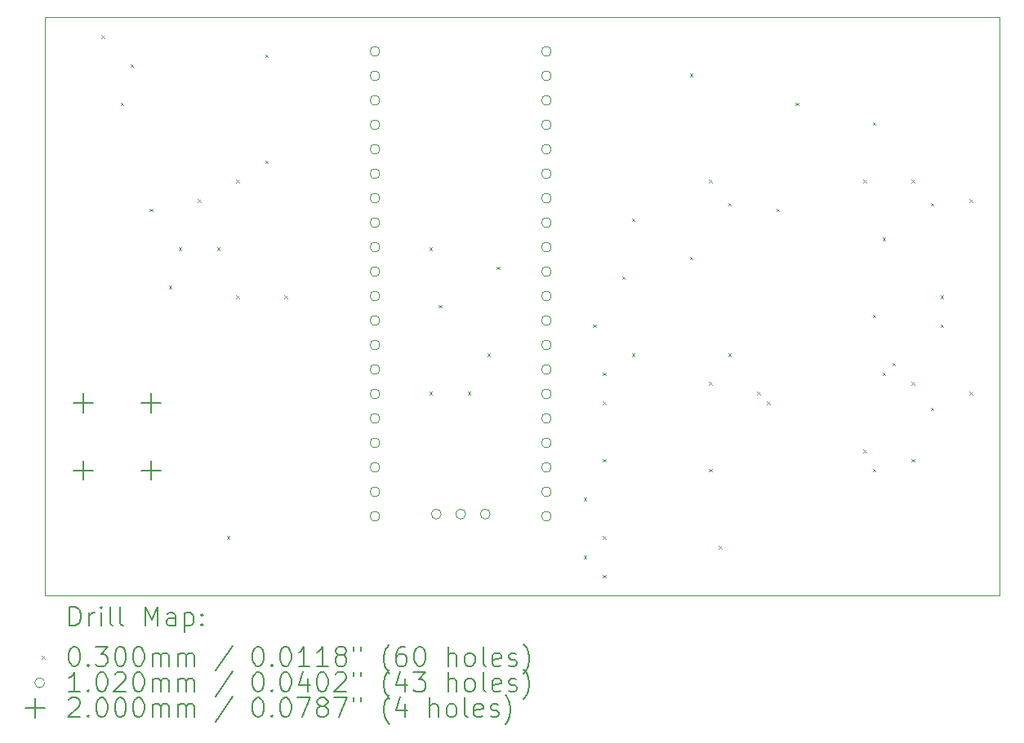
<source format=gbr>
%TF.GenerationSoftware,KiCad,Pcbnew,8.0.8*%
%TF.CreationDate,2025-04-19T00:37:25+02:00*%
%TF.ProjectId,noise_reduction_microphone,6e6f6973-655f-4726-9564-756374696f6e,rev?*%
%TF.SameCoordinates,Original*%
%TF.FileFunction,Drillmap*%
%TF.FilePolarity,Positive*%
%FSLAX45Y45*%
G04 Gerber Fmt 4.5, Leading zero omitted, Abs format (unit mm)*
G04 Created by KiCad (PCBNEW 8.0.8) date 2025-04-19 00:37:25*
%MOMM*%
%LPD*%
G01*
G04 APERTURE LIST*
%ADD10C,0.050000*%
%ADD11C,0.200000*%
%ADD12C,0.100000*%
%ADD13C,0.102000*%
G04 APERTURE END LIST*
D10*
X7500000Y-7400000D02*
X17400000Y-7400000D01*
X17400000Y-13400000D01*
X7500000Y-13400000D01*
X7500000Y-7400000D01*
D11*
D12*
X8085000Y-7585000D02*
X8115000Y-7615000D01*
X8115000Y-7585000D02*
X8085000Y-7615000D01*
X8285000Y-8285000D02*
X8315000Y-8315000D01*
X8315000Y-8285000D02*
X8285000Y-8315000D01*
X8385000Y-7885000D02*
X8415000Y-7915000D01*
X8415000Y-7885000D02*
X8385000Y-7915000D01*
X8585000Y-9385000D02*
X8615000Y-9415000D01*
X8615000Y-9385000D02*
X8585000Y-9415000D01*
X8785000Y-10185000D02*
X8815000Y-10215000D01*
X8815000Y-10185000D02*
X8785000Y-10215000D01*
X8885000Y-9785000D02*
X8915000Y-9815000D01*
X8915000Y-9785000D02*
X8885000Y-9815000D01*
X9085000Y-9285000D02*
X9115000Y-9315000D01*
X9115000Y-9285000D02*
X9085000Y-9315000D01*
X9285000Y-9785000D02*
X9315000Y-9815000D01*
X9315000Y-9785000D02*
X9285000Y-9815000D01*
X9385000Y-12785000D02*
X9415000Y-12815000D01*
X9415000Y-12785000D02*
X9385000Y-12815000D01*
X9485000Y-9085000D02*
X9515000Y-9115000D01*
X9515000Y-9085000D02*
X9485000Y-9115000D01*
X9485000Y-10285000D02*
X9515000Y-10315000D01*
X9515000Y-10285000D02*
X9485000Y-10315000D01*
X9785000Y-7785000D02*
X9815000Y-7815000D01*
X9815000Y-7785000D02*
X9785000Y-7815000D01*
X9785000Y-8885000D02*
X9815000Y-8915000D01*
X9815000Y-8885000D02*
X9785000Y-8915000D01*
X9985000Y-10285000D02*
X10015000Y-10315000D01*
X10015000Y-10285000D02*
X9985000Y-10315000D01*
X11485000Y-9785000D02*
X11515000Y-9815000D01*
X11515000Y-9785000D02*
X11485000Y-9815000D01*
X11485000Y-11285000D02*
X11515000Y-11315000D01*
X11515000Y-11285000D02*
X11485000Y-11315000D01*
X11585000Y-10385000D02*
X11615000Y-10415000D01*
X11615000Y-10385000D02*
X11585000Y-10415000D01*
X11885000Y-11285000D02*
X11915000Y-11315000D01*
X11915000Y-11285000D02*
X11885000Y-11315000D01*
X12085000Y-10885000D02*
X12115000Y-10915000D01*
X12115000Y-10885000D02*
X12085000Y-10915000D01*
X12185000Y-9985000D02*
X12215000Y-10015000D01*
X12215000Y-9985000D02*
X12185000Y-10015000D01*
X13085000Y-12385000D02*
X13115000Y-12415000D01*
X13115000Y-12385000D02*
X13085000Y-12415000D01*
X13085000Y-12985000D02*
X13115000Y-13015000D01*
X13115000Y-12985000D02*
X13085000Y-13015000D01*
X13185000Y-10585000D02*
X13215000Y-10615000D01*
X13215000Y-10585000D02*
X13185000Y-10615000D01*
X13285000Y-11085000D02*
X13315000Y-11115000D01*
X13315000Y-11085000D02*
X13285000Y-11115000D01*
X13285000Y-11385000D02*
X13315000Y-11415000D01*
X13315000Y-11385000D02*
X13285000Y-11415000D01*
X13285000Y-11985000D02*
X13315000Y-12015000D01*
X13315000Y-11985000D02*
X13285000Y-12015000D01*
X13285000Y-12785000D02*
X13315000Y-12815000D01*
X13315000Y-12785000D02*
X13285000Y-12815000D01*
X13285000Y-13185000D02*
X13315000Y-13215000D01*
X13315000Y-13185000D02*
X13285000Y-13215000D01*
X13485000Y-10085000D02*
X13515000Y-10115000D01*
X13515000Y-10085000D02*
X13485000Y-10115000D01*
X13585000Y-9485000D02*
X13615000Y-9515000D01*
X13615000Y-9485000D02*
X13585000Y-9515000D01*
X13585000Y-10885000D02*
X13615000Y-10915000D01*
X13615000Y-10885000D02*
X13585000Y-10915000D01*
X14185000Y-7985000D02*
X14215000Y-8015000D01*
X14215000Y-7985000D02*
X14185000Y-8015000D01*
X14185000Y-9885000D02*
X14215000Y-9915000D01*
X14215000Y-9885000D02*
X14185000Y-9915000D01*
X14385000Y-9085000D02*
X14415000Y-9115000D01*
X14415000Y-9085000D02*
X14385000Y-9115000D01*
X14385000Y-11185000D02*
X14415000Y-11215000D01*
X14415000Y-11185000D02*
X14385000Y-11215000D01*
X14385000Y-12085000D02*
X14415000Y-12115000D01*
X14415000Y-12085000D02*
X14385000Y-12115000D01*
X14485000Y-12885000D02*
X14515000Y-12915000D01*
X14515000Y-12885000D02*
X14485000Y-12915000D01*
X14585000Y-9325000D02*
X14615000Y-9355000D01*
X14615000Y-9325000D02*
X14585000Y-9355000D01*
X14585000Y-10885000D02*
X14615000Y-10915000D01*
X14615000Y-10885000D02*
X14585000Y-10915000D01*
X14885000Y-11285000D02*
X14915000Y-11315000D01*
X14915000Y-11285000D02*
X14885000Y-11315000D01*
X14985000Y-11385000D02*
X15015000Y-11415000D01*
X15015000Y-11385000D02*
X14985000Y-11415000D01*
X15085000Y-9385000D02*
X15115000Y-9415000D01*
X15115000Y-9385000D02*
X15085000Y-9415000D01*
X15285000Y-8285000D02*
X15315000Y-8315000D01*
X15315000Y-8285000D02*
X15285000Y-8315000D01*
X15985000Y-9085000D02*
X16015000Y-9115000D01*
X16015000Y-9085000D02*
X15985000Y-9115000D01*
X15985000Y-11885000D02*
X16015000Y-11915000D01*
X16015000Y-11885000D02*
X15985000Y-11915000D01*
X16085000Y-8485000D02*
X16115000Y-8515000D01*
X16115000Y-8485000D02*
X16085000Y-8515000D01*
X16085000Y-10485000D02*
X16115000Y-10515000D01*
X16115000Y-10485000D02*
X16085000Y-10515000D01*
X16085000Y-12085000D02*
X16115000Y-12115000D01*
X16115000Y-12085000D02*
X16085000Y-12115000D01*
X16185000Y-9685000D02*
X16215000Y-9715000D01*
X16215000Y-9685000D02*
X16185000Y-9715000D01*
X16185000Y-11085000D02*
X16215000Y-11115000D01*
X16215000Y-11085000D02*
X16185000Y-11115000D01*
X16285000Y-10985000D02*
X16315000Y-11015000D01*
X16315000Y-10985000D02*
X16285000Y-11015000D01*
X16485000Y-9085000D02*
X16515000Y-9115000D01*
X16515000Y-9085000D02*
X16485000Y-9115000D01*
X16485000Y-11185000D02*
X16515000Y-11215000D01*
X16515000Y-11185000D02*
X16485000Y-11215000D01*
X16485000Y-11985000D02*
X16515000Y-12015000D01*
X16515000Y-11985000D02*
X16485000Y-12015000D01*
X16685000Y-9325000D02*
X16715000Y-9355000D01*
X16715000Y-9325000D02*
X16685000Y-9355000D01*
X16685000Y-11449447D02*
X16715000Y-11479447D01*
X16715000Y-11449447D02*
X16685000Y-11479447D01*
X16785000Y-10285000D02*
X16815000Y-10315000D01*
X16815000Y-10285000D02*
X16785000Y-10315000D01*
X16785000Y-10585000D02*
X16815000Y-10615000D01*
X16815000Y-10585000D02*
X16785000Y-10615000D01*
X17085000Y-9285000D02*
X17115000Y-9315000D01*
X17115000Y-9285000D02*
X17085000Y-9315000D01*
X17085000Y-11285000D02*
X17115000Y-11315000D01*
X17115000Y-11285000D02*
X17085000Y-11315000D01*
D13*
X10973000Y-7752000D02*
G75*
G02*
X10871000Y-7752000I-51000J0D01*
G01*
X10871000Y-7752000D02*
G75*
G02*
X10973000Y-7752000I51000J0D01*
G01*
X10973000Y-8006000D02*
G75*
G02*
X10871000Y-8006000I-51000J0D01*
G01*
X10871000Y-8006000D02*
G75*
G02*
X10973000Y-8006000I51000J0D01*
G01*
X10973000Y-8260000D02*
G75*
G02*
X10871000Y-8260000I-51000J0D01*
G01*
X10871000Y-8260000D02*
G75*
G02*
X10973000Y-8260000I51000J0D01*
G01*
X10973000Y-8514000D02*
G75*
G02*
X10871000Y-8514000I-51000J0D01*
G01*
X10871000Y-8514000D02*
G75*
G02*
X10973000Y-8514000I51000J0D01*
G01*
X10973000Y-8768000D02*
G75*
G02*
X10871000Y-8768000I-51000J0D01*
G01*
X10871000Y-8768000D02*
G75*
G02*
X10973000Y-8768000I51000J0D01*
G01*
X10973000Y-9022000D02*
G75*
G02*
X10871000Y-9022000I-51000J0D01*
G01*
X10871000Y-9022000D02*
G75*
G02*
X10973000Y-9022000I51000J0D01*
G01*
X10973000Y-9276000D02*
G75*
G02*
X10871000Y-9276000I-51000J0D01*
G01*
X10871000Y-9276000D02*
G75*
G02*
X10973000Y-9276000I51000J0D01*
G01*
X10973000Y-9530000D02*
G75*
G02*
X10871000Y-9530000I-51000J0D01*
G01*
X10871000Y-9530000D02*
G75*
G02*
X10973000Y-9530000I51000J0D01*
G01*
X10973000Y-9784000D02*
G75*
G02*
X10871000Y-9784000I-51000J0D01*
G01*
X10871000Y-9784000D02*
G75*
G02*
X10973000Y-9784000I51000J0D01*
G01*
X10973000Y-10038000D02*
G75*
G02*
X10871000Y-10038000I-51000J0D01*
G01*
X10871000Y-10038000D02*
G75*
G02*
X10973000Y-10038000I51000J0D01*
G01*
X10973000Y-10292000D02*
G75*
G02*
X10871000Y-10292000I-51000J0D01*
G01*
X10871000Y-10292000D02*
G75*
G02*
X10973000Y-10292000I51000J0D01*
G01*
X10973000Y-10546000D02*
G75*
G02*
X10871000Y-10546000I-51000J0D01*
G01*
X10871000Y-10546000D02*
G75*
G02*
X10973000Y-10546000I51000J0D01*
G01*
X10973000Y-10800000D02*
G75*
G02*
X10871000Y-10800000I-51000J0D01*
G01*
X10871000Y-10800000D02*
G75*
G02*
X10973000Y-10800000I51000J0D01*
G01*
X10973000Y-11054000D02*
G75*
G02*
X10871000Y-11054000I-51000J0D01*
G01*
X10871000Y-11054000D02*
G75*
G02*
X10973000Y-11054000I51000J0D01*
G01*
X10973000Y-11308000D02*
G75*
G02*
X10871000Y-11308000I-51000J0D01*
G01*
X10871000Y-11308000D02*
G75*
G02*
X10973000Y-11308000I51000J0D01*
G01*
X10973000Y-11562000D02*
G75*
G02*
X10871000Y-11562000I-51000J0D01*
G01*
X10871000Y-11562000D02*
G75*
G02*
X10973000Y-11562000I51000J0D01*
G01*
X10973000Y-11816000D02*
G75*
G02*
X10871000Y-11816000I-51000J0D01*
G01*
X10871000Y-11816000D02*
G75*
G02*
X10973000Y-11816000I51000J0D01*
G01*
X10973000Y-12070000D02*
G75*
G02*
X10871000Y-12070000I-51000J0D01*
G01*
X10871000Y-12070000D02*
G75*
G02*
X10973000Y-12070000I51000J0D01*
G01*
X10973000Y-12324000D02*
G75*
G02*
X10871000Y-12324000I-51000J0D01*
G01*
X10871000Y-12324000D02*
G75*
G02*
X10973000Y-12324000I51000J0D01*
G01*
X10973000Y-12578000D02*
G75*
G02*
X10871000Y-12578000I-51000J0D01*
G01*
X10871000Y-12578000D02*
G75*
G02*
X10973000Y-12578000I51000J0D01*
G01*
X11608000Y-12555000D02*
G75*
G02*
X11506000Y-12555000I-51000J0D01*
G01*
X11506000Y-12555000D02*
G75*
G02*
X11608000Y-12555000I51000J0D01*
G01*
X11862000Y-12555000D02*
G75*
G02*
X11760000Y-12555000I-51000J0D01*
G01*
X11760000Y-12555000D02*
G75*
G02*
X11862000Y-12555000I51000J0D01*
G01*
X12116000Y-12555000D02*
G75*
G02*
X12014000Y-12555000I-51000J0D01*
G01*
X12014000Y-12555000D02*
G75*
G02*
X12116000Y-12555000I51000J0D01*
G01*
X12751000Y-7752000D02*
G75*
G02*
X12649000Y-7752000I-51000J0D01*
G01*
X12649000Y-7752000D02*
G75*
G02*
X12751000Y-7752000I51000J0D01*
G01*
X12751000Y-8006000D02*
G75*
G02*
X12649000Y-8006000I-51000J0D01*
G01*
X12649000Y-8006000D02*
G75*
G02*
X12751000Y-8006000I51000J0D01*
G01*
X12751000Y-8260000D02*
G75*
G02*
X12649000Y-8260000I-51000J0D01*
G01*
X12649000Y-8260000D02*
G75*
G02*
X12751000Y-8260000I51000J0D01*
G01*
X12751000Y-8514000D02*
G75*
G02*
X12649000Y-8514000I-51000J0D01*
G01*
X12649000Y-8514000D02*
G75*
G02*
X12751000Y-8514000I51000J0D01*
G01*
X12751000Y-8768000D02*
G75*
G02*
X12649000Y-8768000I-51000J0D01*
G01*
X12649000Y-8768000D02*
G75*
G02*
X12751000Y-8768000I51000J0D01*
G01*
X12751000Y-9022000D02*
G75*
G02*
X12649000Y-9022000I-51000J0D01*
G01*
X12649000Y-9022000D02*
G75*
G02*
X12751000Y-9022000I51000J0D01*
G01*
X12751000Y-9276000D02*
G75*
G02*
X12649000Y-9276000I-51000J0D01*
G01*
X12649000Y-9276000D02*
G75*
G02*
X12751000Y-9276000I51000J0D01*
G01*
X12751000Y-9530000D02*
G75*
G02*
X12649000Y-9530000I-51000J0D01*
G01*
X12649000Y-9530000D02*
G75*
G02*
X12751000Y-9530000I51000J0D01*
G01*
X12751000Y-9784000D02*
G75*
G02*
X12649000Y-9784000I-51000J0D01*
G01*
X12649000Y-9784000D02*
G75*
G02*
X12751000Y-9784000I51000J0D01*
G01*
X12751000Y-10038000D02*
G75*
G02*
X12649000Y-10038000I-51000J0D01*
G01*
X12649000Y-10038000D02*
G75*
G02*
X12751000Y-10038000I51000J0D01*
G01*
X12751000Y-10292000D02*
G75*
G02*
X12649000Y-10292000I-51000J0D01*
G01*
X12649000Y-10292000D02*
G75*
G02*
X12751000Y-10292000I51000J0D01*
G01*
X12751000Y-10546000D02*
G75*
G02*
X12649000Y-10546000I-51000J0D01*
G01*
X12649000Y-10546000D02*
G75*
G02*
X12751000Y-10546000I51000J0D01*
G01*
X12751000Y-10800000D02*
G75*
G02*
X12649000Y-10800000I-51000J0D01*
G01*
X12649000Y-10800000D02*
G75*
G02*
X12751000Y-10800000I51000J0D01*
G01*
X12751000Y-11054000D02*
G75*
G02*
X12649000Y-11054000I-51000J0D01*
G01*
X12649000Y-11054000D02*
G75*
G02*
X12751000Y-11054000I51000J0D01*
G01*
X12751000Y-11308000D02*
G75*
G02*
X12649000Y-11308000I-51000J0D01*
G01*
X12649000Y-11308000D02*
G75*
G02*
X12751000Y-11308000I51000J0D01*
G01*
X12751000Y-11562000D02*
G75*
G02*
X12649000Y-11562000I-51000J0D01*
G01*
X12649000Y-11562000D02*
G75*
G02*
X12751000Y-11562000I51000J0D01*
G01*
X12751000Y-11816000D02*
G75*
G02*
X12649000Y-11816000I-51000J0D01*
G01*
X12649000Y-11816000D02*
G75*
G02*
X12751000Y-11816000I51000J0D01*
G01*
X12751000Y-12070000D02*
G75*
G02*
X12649000Y-12070000I-51000J0D01*
G01*
X12649000Y-12070000D02*
G75*
G02*
X12751000Y-12070000I51000J0D01*
G01*
X12751000Y-12324000D02*
G75*
G02*
X12649000Y-12324000I-51000J0D01*
G01*
X12649000Y-12324000D02*
G75*
G02*
X12751000Y-12324000I51000J0D01*
G01*
X12751000Y-12578000D02*
G75*
G02*
X12649000Y-12578000I-51000J0D01*
G01*
X12649000Y-12578000D02*
G75*
G02*
X12751000Y-12578000I51000J0D01*
G01*
D11*
X7900000Y-11300000D02*
X7900000Y-11500000D01*
X7800000Y-11400000D02*
X8000000Y-11400000D01*
X7900000Y-12000000D02*
X7900000Y-12200000D01*
X7800000Y-12100000D02*
X8000000Y-12100000D01*
X8600000Y-11300000D02*
X8600000Y-11500000D01*
X8500000Y-11400000D02*
X8700000Y-11400000D01*
X8600000Y-12000000D02*
X8600000Y-12200000D01*
X8500000Y-12100000D02*
X8700000Y-12100000D01*
X7758277Y-13713984D02*
X7758277Y-13513984D01*
X7758277Y-13513984D02*
X7805896Y-13513984D01*
X7805896Y-13513984D02*
X7834467Y-13523508D01*
X7834467Y-13523508D02*
X7853515Y-13542555D01*
X7853515Y-13542555D02*
X7863039Y-13561603D01*
X7863039Y-13561603D02*
X7872562Y-13599698D01*
X7872562Y-13599698D02*
X7872562Y-13628269D01*
X7872562Y-13628269D02*
X7863039Y-13666365D01*
X7863039Y-13666365D02*
X7853515Y-13685412D01*
X7853515Y-13685412D02*
X7834467Y-13704460D01*
X7834467Y-13704460D02*
X7805896Y-13713984D01*
X7805896Y-13713984D02*
X7758277Y-13713984D01*
X7958277Y-13713984D02*
X7958277Y-13580650D01*
X7958277Y-13618746D02*
X7967801Y-13599698D01*
X7967801Y-13599698D02*
X7977324Y-13590174D01*
X7977324Y-13590174D02*
X7996372Y-13580650D01*
X7996372Y-13580650D02*
X8015420Y-13580650D01*
X8082086Y-13713984D02*
X8082086Y-13580650D01*
X8082086Y-13513984D02*
X8072562Y-13523508D01*
X8072562Y-13523508D02*
X8082086Y-13533031D01*
X8082086Y-13533031D02*
X8091610Y-13523508D01*
X8091610Y-13523508D02*
X8082086Y-13513984D01*
X8082086Y-13513984D02*
X8082086Y-13533031D01*
X8205896Y-13713984D02*
X8186848Y-13704460D01*
X8186848Y-13704460D02*
X8177324Y-13685412D01*
X8177324Y-13685412D02*
X8177324Y-13513984D01*
X8310658Y-13713984D02*
X8291610Y-13704460D01*
X8291610Y-13704460D02*
X8282086Y-13685412D01*
X8282086Y-13685412D02*
X8282086Y-13513984D01*
X8539229Y-13713984D02*
X8539229Y-13513984D01*
X8539229Y-13513984D02*
X8605896Y-13656841D01*
X8605896Y-13656841D02*
X8672563Y-13513984D01*
X8672563Y-13513984D02*
X8672563Y-13713984D01*
X8853515Y-13713984D02*
X8853515Y-13609222D01*
X8853515Y-13609222D02*
X8843991Y-13590174D01*
X8843991Y-13590174D02*
X8824944Y-13580650D01*
X8824944Y-13580650D02*
X8786848Y-13580650D01*
X8786848Y-13580650D02*
X8767801Y-13590174D01*
X8853515Y-13704460D02*
X8834467Y-13713984D01*
X8834467Y-13713984D02*
X8786848Y-13713984D01*
X8786848Y-13713984D02*
X8767801Y-13704460D01*
X8767801Y-13704460D02*
X8758277Y-13685412D01*
X8758277Y-13685412D02*
X8758277Y-13666365D01*
X8758277Y-13666365D02*
X8767801Y-13647317D01*
X8767801Y-13647317D02*
X8786848Y-13637793D01*
X8786848Y-13637793D02*
X8834467Y-13637793D01*
X8834467Y-13637793D02*
X8853515Y-13628269D01*
X8948753Y-13580650D02*
X8948753Y-13780650D01*
X8948753Y-13590174D02*
X8967801Y-13580650D01*
X8967801Y-13580650D02*
X9005896Y-13580650D01*
X9005896Y-13580650D02*
X9024944Y-13590174D01*
X9024944Y-13590174D02*
X9034467Y-13599698D01*
X9034467Y-13599698D02*
X9043991Y-13618746D01*
X9043991Y-13618746D02*
X9043991Y-13675888D01*
X9043991Y-13675888D02*
X9034467Y-13694936D01*
X9034467Y-13694936D02*
X9024944Y-13704460D01*
X9024944Y-13704460D02*
X9005896Y-13713984D01*
X9005896Y-13713984D02*
X8967801Y-13713984D01*
X8967801Y-13713984D02*
X8948753Y-13704460D01*
X9129705Y-13694936D02*
X9139229Y-13704460D01*
X9139229Y-13704460D02*
X9129705Y-13713984D01*
X9129705Y-13713984D02*
X9120182Y-13704460D01*
X9120182Y-13704460D02*
X9129705Y-13694936D01*
X9129705Y-13694936D02*
X9129705Y-13713984D01*
X9129705Y-13590174D02*
X9139229Y-13599698D01*
X9139229Y-13599698D02*
X9129705Y-13609222D01*
X9129705Y-13609222D02*
X9120182Y-13599698D01*
X9120182Y-13599698D02*
X9129705Y-13590174D01*
X9129705Y-13590174D02*
X9129705Y-13609222D01*
D12*
X7467500Y-14027500D02*
X7497500Y-14057500D01*
X7497500Y-14027500D02*
X7467500Y-14057500D01*
D11*
X7796372Y-13933984D02*
X7815420Y-13933984D01*
X7815420Y-13933984D02*
X7834467Y-13943508D01*
X7834467Y-13943508D02*
X7843991Y-13953031D01*
X7843991Y-13953031D02*
X7853515Y-13972079D01*
X7853515Y-13972079D02*
X7863039Y-14010174D01*
X7863039Y-14010174D02*
X7863039Y-14057793D01*
X7863039Y-14057793D02*
X7853515Y-14095888D01*
X7853515Y-14095888D02*
X7843991Y-14114936D01*
X7843991Y-14114936D02*
X7834467Y-14124460D01*
X7834467Y-14124460D02*
X7815420Y-14133984D01*
X7815420Y-14133984D02*
X7796372Y-14133984D01*
X7796372Y-14133984D02*
X7777324Y-14124460D01*
X7777324Y-14124460D02*
X7767801Y-14114936D01*
X7767801Y-14114936D02*
X7758277Y-14095888D01*
X7758277Y-14095888D02*
X7748753Y-14057793D01*
X7748753Y-14057793D02*
X7748753Y-14010174D01*
X7748753Y-14010174D02*
X7758277Y-13972079D01*
X7758277Y-13972079D02*
X7767801Y-13953031D01*
X7767801Y-13953031D02*
X7777324Y-13943508D01*
X7777324Y-13943508D02*
X7796372Y-13933984D01*
X7948753Y-14114936D02*
X7958277Y-14124460D01*
X7958277Y-14124460D02*
X7948753Y-14133984D01*
X7948753Y-14133984D02*
X7939229Y-14124460D01*
X7939229Y-14124460D02*
X7948753Y-14114936D01*
X7948753Y-14114936D02*
X7948753Y-14133984D01*
X8024943Y-13933984D02*
X8148753Y-13933984D01*
X8148753Y-13933984D02*
X8082086Y-14010174D01*
X8082086Y-14010174D02*
X8110658Y-14010174D01*
X8110658Y-14010174D02*
X8129705Y-14019698D01*
X8129705Y-14019698D02*
X8139229Y-14029222D01*
X8139229Y-14029222D02*
X8148753Y-14048269D01*
X8148753Y-14048269D02*
X8148753Y-14095888D01*
X8148753Y-14095888D02*
X8139229Y-14114936D01*
X8139229Y-14114936D02*
X8129705Y-14124460D01*
X8129705Y-14124460D02*
X8110658Y-14133984D01*
X8110658Y-14133984D02*
X8053515Y-14133984D01*
X8053515Y-14133984D02*
X8034467Y-14124460D01*
X8034467Y-14124460D02*
X8024943Y-14114936D01*
X8272562Y-13933984D02*
X8291610Y-13933984D01*
X8291610Y-13933984D02*
X8310658Y-13943508D01*
X8310658Y-13943508D02*
X8320182Y-13953031D01*
X8320182Y-13953031D02*
X8329705Y-13972079D01*
X8329705Y-13972079D02*
X8339229Y-14010174D01*
X8339229Y-14010174D02*
X8339229Y-14057793D01*
X8339229Y-14057793D02*
X8329705Y-14095888D01*
X8329705Y-14095888D02*
X8320182Y-14114936D01*
X8320182Y-14114936D02*
X8310658Y-14124460D01*
X8310658Y-14124460D02*
X8291610Y-14133984D01*
X8291610Y-14133984D02*
X8272562Y-14133984D01*
X8272562Y-14133984D02*
X8253515Y-14124460D01*
X8253515Y-14124460D02*
X8243991Y-14114936D01*
X8243991Y-14114936D02*
X8234467Y-14095888D01*
X8234467Y-14095888D02*
X8224943Y-14057793D01*
X8224943Y-14057793D02*
X8224943Y-14010174D01*
X8224943Y-14010174D02*
X8234467Y-13972079D01*
X8234467Y-13972079D02*
X8243991Y-13953031D01*
X8243991Y-13953031D02*
X8253515Y-13943508D01*
X8253515Y-13943508D02*
X8272562Y-13933984D01*
X8463039Y-13933984D02*
X8482086Y-13933984D01*
X8482086Y-13933984D02*
X8501134Y-13943508D01*
X8501134Y-13943508D02*
X8510658Y-13953031D01*
X8510658Y-13953031D02*
X8520182Y-13972079D01*
X8520182Y-13972079D02*
X8529705Y-14010174D01*
X8529705Y-14010174D02*
X8529705Y-14057793D01*
X8529705Y-14057793D02*
X8520182Y-14095888D01*
X8520182Y-14095888D02*
X8510658Y-14114936D01*
X8510658Y-14114936D02*
X8501134Y-14124460D01*
X8501134Y-14124460D02*
X8482086Y-14133984D01*
X8482086Y-14133984D02*
X8463039Y-14133984D01*
X8463039Y-14133984D02*
X8443991Y-14124460D01*
X8443991Y-14124460D02*
X8434467Y-14114936D01*
X8434467Y-14114936D02*
X8424944Y-14095888D01*
X8424944Y-14095888D02*
X8415420Y-14057793D01*
X8415420Y-14057793D02*
X8415420Y-14010174D01*
X8415420Y-14010174D02*
X8424944Y-13972079D01*
X8424944Y-13972079D02*
X8434467Y-13953031D01*
X8434467Y-13953031D02*
X8443991Y-13943508D01*
X8443991Y-13943508D02*
X8463039Y-13933984D01*
X8615420Y-14133984D02*
X8615420Y-14000650D01*
X8615420Y-14019698D02*
X8624944Y-14010174D01*
X8624944Y-14010174D02*
X8643991Y-14000650D01*
X8643991Y-14000650D02*
X8672563Y-14000650D01*
X8672563Y-14000650D02*
X8691610Y-14010174D01*
X8691610Y-14010174D02*
X8701134Y-14029222D01*
X8701134Y-14029222D02*
X8701134Y-14133984D01*
X8701134Y-14029222D02*
X8710658Y-14010174D01*
X8710658Y-14010174D02*
X8729705Y-14000650D01*
X8729705Y-14000650D02*
X8758277Y-14000650D01*
X8758277Y-14000650D02*
X8777325Y-14010174D01*
X8777325Y-14010174D02*
X8786848Y-14029222D01*
X8786848Y-14029222D02*
X8786848Y-14133984D01*
X8882086Y-14133984D02*
X8882086Y-14000650D01*
X8882086Y-14019698D02*
X8891610Y-14010174D01*
X8891610Y-14010174D02*
X8910658Y-14000650D01*
X8910658Y-14000650D02*
X8939229Y-14000650D01*
X8939229Y-14000650D02*
X8958277Y-14010174D01*
X8958277Y-14010174D02*
X8967801Y-14029222D01*
X8967801Y-14029222D02*
X8967801Y-14133984D01*
X8967801Y-14029222D02*
X8977325Y-14010174D01*
X8977325Y-14010174D02*
X8996372Y-14000650D01*
X8996372Y-14000650D02*
X9024944Y-14000650D01*
X9024944Y-14000650D02*
X9043991Y-14010174D01*
X9043991Y-14010174D02*
X9053515Y-14029222D01*
X9053515Y-14029222D02*
X9053515Y-14133984D01*
X9443991Y-13924460D02*
X9272563Y-14181603D01*
X9701134Y-13933984D02*
X9720182Y-13933984D01*
X9720182Y-13933984D02*
X9739229Y-13943508D01*
X9739229Y-13943508D02*
X9748753Y-13953031D01*
X9748753Y-13953031D02*
X9758277Y-13972079D01*
X9758277Y-13972079D02*
X9767801Y-14010174D01*
X9767801Y-14010174D02*
X9767801Y-14057793D01*
X9767801Y-14057793D02*
X9758277Y-14095888D01*
X9758277Y-14095888D02*
X9748753Y-14114936D01*
X9748753Y-14114936D02*
X9739229Y-14124460D01*
X9739229Y-14124460D02*
X9720182Y-14133984D01*
X9720182Y-14133984D02*
X9701134Y-14133984D01*
X9701134Y-14133984D02*
X9682087Y-14124460D01*
X9682087Y-14124460D02*
X9672563Y-14114936D01*
X9672563Y-14114936D02*
X9663039Y-14095888D01*
X9663039Y-14095888D02*
X9653515Y-14057793D01*
X9653515Y-14057793D02*
X9653515Y-14010174D01*
X9653515Y-14010174D02*
X9663039Y-13972079D01*
X9663039Y-13972079D02*
X9672563Y-13953031D01*
X9672563Y-13953031D02*
X9682087Y-13943508D01*
X9682087Y-13943508D02*
X9701134Y-13933984D01*
X9853515Y-14114936D02*
X9863039Y-14124460D01*
X9863039Y-14124460D02*
X9853515Y-14133984D01*
X9853515Y-14133984D02*
X9843991Y-14124460D01*
X9843991Y-14124460D02*
X9853515Y-14114936D01*
X9853515Y-14114936D02*
X9853515Y-14133984D01*
X9986848Y-13933984D02*
X10005896Y-13933984D01*
X10005896Y-13933984D02*
X10024944Y-13943508D01*
X10024944Y-13943508D02*
X10034468Y-13953031D01*
X10034468Y-13953031D02*
X10043991Y-13972079D01*
X10043991Y-13972079D02*
X10053515Y-14010174D01*
X10053515Y-14010174D02*
X10053515Y-14057793D01*
X10053515Y-14057793D02*
X10043991Y-14095888D01*
X10043991Y-14095888D02*
X10034468Y-14114936D01*
X10034468Y-14114936D02*
X10024944Y-14124460D01*
X10024944Y-14124460D02*
X10005896Y-14133984D01*
X10005896Y-14133984D02*
X9986848Y-14133984D01*
X9986848Y-14133984D02*
X9967801Y-14124460D01*
X9967801Y-14124460D02*
X9958277Y-14114936D01*
X9958277Y-14114936D02*
X9948753Y-14095888D01*
X9948753Y-14095888D02*
X9939229Y-14057793D01*
X9939229Y-14057793D02*
X9939229Y-14010174D01*
X9939229Y-14010174D02*
X9948753Y-13972079D01*
X9948753Y-13972079D02*
X9958277Y-13953031D01*
X9958277Y-13953031D02*
X9967801Y-13943508D01*
X9967801Y-13943508D02*
X9986848Y-13933984D01*
X10243991Y-14133984D02*
X10129706Y-14133984D01*
X10186848Y-14133984D02*
X10186848Y-13933984D01*
X10186848Y-13933984D02*
X10167801Y-13962555D01*
X10167801Y-13962555D02*
X10148753Y-13981603D01*
X10148753Y-13981603D02*
X10129706Y-13991127D01*
X10434468Y-14133984D02*
X10320182Y-14133984D01*
X10377325Y-14133984D02*
X10377325Y-13933984D01*
X10377325Y-13933984D02*
X10358277Y-13962555D01*
X10358277Y-13962555D02*
X10339229Y-13981603D01*
X10339229Y-13981603D02*
X10320182Y-13991127D01*
X10548753Y-14019698D02*
X10529706Y-14010174D01*
X10529706Y-14010174D02*
X10520182Y-14000650D01*
X10520182Y-14000650D02*
X10510658Y-13981603D01*
X10510658Y-13981603D02*
X10510658Y-13972079D01*
X10510658Y-13972079D02*
X10520182Y-13953031D01*
X10520182Y-13953031D02*
X10529706Y-13943508D01*
X10529706Y-13943508D02*
X10548753Y-13933984D01*
X10548753Y-13933984D02*
X10586849Y-13933984D01*
X10586849Y-13933984D02*
X10605896Y-13943508D01*
X10605896Y-13943508D02*
X10615420Y-13953031D01*
X10615420Y-13953031D02*
X10624944Y-13972079D01*
X10624944Y-13972079D02*
X10624944Y-13981603D01*
X10624944Y-13981603D02*
X10615420Y-14000650D01*
X10615420Y-14000650D02*
X10605896Y-14010174D01*
X10605896Y-14010174D02*
X10586849Y-14019698D01*
X10586849Y-14019698D02*
X10548753Y-14019698D01*
X10548753Y-14019698D02*
X10529706Y-14029222D01*
X10529706Y-14029222D02*
X10520182Y-14038746D01*
X10520182Y-14038746D02*
X10510658Y-14057793D01*
X10510658Y-14057793D02*
X10510658Y-14095888D01*
X10510658Y-14095888D02*
X10520182Y-14114936D01*
X10520182Y-14114936D02*
X10529706Y-14124460D01*
X10529706Y-14124460D02*
X10548753Y-14133984D01*
X10548753Y-14133984D02*
X10586849Y-14133984D01*
X10586849Y-14133984D02*
X10605896Y-14124460D01*
X10605896Y-14124460D02*
X10615420Y-14114936D01*
X10615420Y-14114936D02*
X10624944Y-14095888D01*
X10624944Y-14095888D02*
X10624944Y-14057793D01*
X10624944Y-14057793D02*
X10615420Y-14038746D01*
X10615420Y-14038746D02*
X10605896Y-14029222D01*
X10605896Y-14029222D02*
X10586849Y-14019698D01*
X10701134Y-13933984D02*
X10701134Y-13972079D01*
X10777325Y-13933984D02*
X10777325Y-13972079D01*
X11072563Y-14210174D02*
X11063039Y-14200650D01*
X11063039Y-14200650D02*
X11043991Y-14172079D01*
X11043991Y-14172079D02*
X11034468Y-14153031D01*
X11034468Y-14153031D02*
X11024944Y-14124460D01*
X11024944Y-14124460D02*
X11015420Y-14076841D01*
X11015420Y-14076841D02*
X11015420Y-14038746D01*
X11015420Y-14038746D02*
X11024944Y-13991127D01*
X11024944Y-13991127D02*
X11034468Y-13962555D01*
X11034468Y-13962555D02*
X11043991Y-13943508D01*
X11043991Y-13943508D02*
X11063039Y-13914936D01*
X11063039Y-13914936D02*
X11072563Y-13905412D01*
X11234468Y-13933984D02*
X11196372Y-13933984D01*
X11196372Y-13933984D02*
X11177325Y-13943508D01*
X11177325Y-13943508D02*
X11167801Y-13953031D01*
X11167801Y-13953031D02*
X11148753Y-13981603D01*
X11148753Y-13981603D02*
X11139230Y-14019698D01*
X11139230Y-14019698D02*
X11139230Y-14095888D01*
X11139230Y-14095888D02*
X11148753Y-14114936D01*
X11148753Y-14114936D02*
X11158277Y-14124460D01*
X11158277Y-14124460D02*
X11177325Y-14133984D01*
X11177325Y-14133984D02*
X11215420Y-14133984D01*
X11215420Y-14133984D02*
X11234468Y-14124460D01*
X11234468Y-14124460D02*
X11243991Y-14114936D01*
X11243991Y-14114936D02*
X11253515Y-14095888D01*
X11253515Y-14095888D02*
X11253515Y-14048269D01*
X11253515Y-14048269D02*
X11243991Y-14029222D01*
X11243991Y-14029222D02*
X11234468Y-14019698D01*
X11234468Y-14019698D02*
X11215420Y-14010174D01*
X11215420Y-14010174D02*
X11177325Y-14010174D01*
X11177325Y-14010174D02*
X11158277Y-14019698D01*
X11158277Y-14019698D02*
X11148753Y-14029222D01*
X11148753Y-14029222D02*
X11139230Y-14048269D01*
X11377325Y-13933984D02*
X11396372Y-13933984D01*
X11396372Y-13933984D02*
X11415420Y-13943508D01*
X11415420Y-13943508D02*
X11424944Y-13953031D01*
X11424944Y-13953031D02*
X11434468Y-13972079D01*
X11434468Y-13972079D02*
X11443991Y-14010174D01*
X11443991Y-14010174D02*
X11443991Y-14057793D01*
X11443991Y-14057793D02*
X11434468Y-14095888D01*
X11434468Y-14095888D02*
X11424944Y-14114936D01*
X11424944Y-14114936D02*
X11415420Y-14124460D01*
X11415420Y-14124460D02*
X11396372Y-14133984D01*
X11396372Y-14133984D02*
X11377325Y-14133984D01*
X11377325Y-14133984D02*
X11358277Y-14124460D01*
X11358277Y-14124460D02*
X11348753Y-14114936D01*
X11348753Y-14114936D02*
X11339229Y-14095888D01*
X11339229Y-14095888D02*
X11329706Y-14057793D01*
X11329706Y-14057793D02*
X11329706Y-14010174D01*
X11329706Y-14010174D02*
X11339229Y-13972079D01*
X11339229Y-13972079D02*
X11348753Y-13953031D01*
X11348753Y-13953031D02*
X11358277Y-13943508D01*
X11358277Y-13943508D02*
X11377325Y-13933984D01*
X11682087Y-14133984D02*
X11682087Y-13933984D01*
X11767801Y-14133984D02*
X11767801Y-14029222D01*
X11767801Y-14029222D02*
X11758277Y-14010174D01*
X11758277Y-14010174D02*
X11739230Y-14000650D01*
X11739230Y-14000650D02*
X11710658Y-14000650D01*
X11710658Y-14000650D02*
X11691610Y-14010174D01*
X11691610Y-14010174D02*
X11682087Y-14019698D01*
X11891610Y-14133984D02*
X11872563Y-14124460D01*
X11872563Y-14124460D02*
X11863039Y-14114936D01*
X11863039Y-14114936D02*
X11853515Y-14095888D01*
X11853515Y-14095888D02*
X11853515Y-14038746D01*
X11853515Y-14038746D02*
X11863039Y-14019698D01*
X11863039Y-14019698D02*
X11872563Y-14010174D01*
X11872563Y-14010174D02*
X11891610Y-14000650D01*
X11891610Y-14000650D02*
X11920182Y-14000650D01*
X11920182Y-14000650D02*
X11939230Y-14010174D01*
X11939230Y-14010174D02*
X11948753Y-14019698D01*
X11948753Y-14019698D02*
X11958277Y-14038746D01*
X11958277Y-14038746D02*
X11958277Y-14095888D01*
X11958277Y-14095888D02*
X11948753Y-14114936D01*
X11948753Y-14114936D02*
X11939230Y-14124460D01*
X11939230Y-14124460D02*
X11920182Y-14133984D01*
X11920182Y-14133984D02*
X11891610Y-14133984D01*
X12072563Y-14133984D02*
X12053515Y-14124460D01*
X12053515Y-14124460D02*
X12043991Y-14105412D01*
X12043991Y-14105412D02*
X12043991Y-13933984D01*
X12224944Y-14124460D02*
X12205896Y-14133984D01*
X12205896Y-14133984D02*
X12167801Y-14133984D01*
X12167801Y-14133984D02*
X12148753Y-14124460D01*
X12148753Y-14124460D02*
X12139230Y-14105412D01*
X12139230Y-14105412D02*
X12139230Y-14029222D01*
X12139230Y-14029222D02*
X12148753Y-14010174D01*
X12148753Y-14010174D02*
X12167801Y-14000650D01*
X12167801Y-14000650D02*
X12205896Y-14000650D01*
X12205896Y-14000650D02*
X12224944Y-14010174D01*
X12224944Y-14010174D02*
X12234468Y-14029222D01*
X12234468Y-14029222D02*
X12234468Y-14048269D01*
X12234468Y-14048269D02*
X12139230Y-14067317D01*
X12310658Y-14124460D02*
X12329706Y-14133984D01*
X12329706Y-14133984D02*
X12367801Y-14133984D01*
X12367801Y-14133984D02*
X12386849Y-14124460D01*
X12386849Y-14124460D02*
X12396372Y-14105412D01*
X12396372Y-14105412D02*
X12396372Y-14095888D01*
X12396372Y-14095888D02*
X12386849Y-14076841D01*
X12386849Y-14076841D02*
X12367801Y-14067317D01*
X12367801Y-14067317D02*
X12339230Y-14067317D01*
X12339230Y-14067317D02*
X12320182Y-14057793D01*
X12320182Y-14057793D02*
X12310658Y-14038746D01*
X12310658Y-14038746D02*
X12310658Y-14029222D01*
X12310658Y-14029222D02*
X12320182Y-14010174D01*
X12320182Y-14010174D02*
X12339230Y-14000650D01*
X12339230Y-14000650D02*
X12367801Y-14000650D01*
X12367801Y-14000650D02*
X12386849Y-14010174D01*
X12463039Y-14210174D02*
X12472563Y-14200650D01*
X12472563Y-14200650D02*
X12491611Y-14172079D01*
X12491611Y-14172079D02*
X12501134Y-14153031D01*
X12501134Y-14153031D02*
X12510658Y-14124460D01*
X12510658Y-14124460D02*
X12520182Y-14076841D01*
X12520182Y-14076841D02*
X12520182Y-14038746D01*
X12520182Y-14038746D02*
X12510658Y-13991127D01*
X12510658Y-13991127D02*
X12501134Y-13962555D01*
X12501134Y-13962555D02*
X12491611Y-13943508D01*
X12491611Y-13943508D02*
X12472563Y-13914936D01*
X12472563Y-13914936D02*
X12463039Y-13905412D01*
D13*
X7497500Y-14306500D02*
G75*
G02*
X7395500Y-14306500I-51000J0D01*
G01*
X7395500Y-14306500D02*
G75*
G02*
X7497500Y-14306500I51000J0D01*
G01*
D11*
X7863039Y-14397984D02*
X7748753Y-14397984D01*
X7805896Y-14397984D02*
X7805896Y-14197984D01*
X7805896Y-14197984D02*
X7786848Y-14226555D01*
X7786848Y-14226555D02*
X7767801Y-14245603D01*
X7767801Y-14245603D02*
X7748753Y-14255127D01*
X7948753Y-14378936D02*
X7958277Y-14388460D01*
X7958277Y-14388460D02*
X7948753Y-14397984D01*
X7948753Y-14397984D02*
X7939229Y-14388460D01*
X7939229Y-14388460D02*
X7948753Y-14378936D01*
X7948753Y-14378936D02*
X7948753Y-14397984D01*
X8082086Y-14197984D02*
X8101134Y-14197984D01*
X8101134Y-14197984D02*
X8120182Y-14207508D01*
X8120182Y-14207508D02*
X8129705Y-14217031D01*
X8129705Y-14217031D02*
X8139229Y-14236079D01*
X8139229Y-14236079D02*
X8148753Y-14274174D01*
X8148753Y-14274174D02*
X8148753Y-14321793D01*
X8148753Y-14321793D02*
X8139229Y-14359888D01*
X8139229Y-14359888D02*
X8129705Y-14378936D01*
X8129705Y-14378936D02*
X8120182Y-14388460D01*
X8120182Y-14388460D02*
X8101134Y-14397984D01*
X8101134Y-14397984D02*
X8082086Y-14397984D01*
X8082086Y-14397984D02*
X8063039Y-14388460D01*
X8063039Y-14388460D02*
X8053515Y-14378936D01*
X8053515Y-14378936D02*
X8043991Y-14359888D01*
X8043991Y-14359888D02*
X8034467Y-14321793D01*
X8034467Y-14321793D02*
X8034467Y-14274174D01*
X8034467Y-14274174D02*
X8043991Y-14236079D01*
X8043991Y-14236079D02*
X8053515Y-14217031D01*
X8053515Y-14217031D02*
X8063039Y-14207508D01*
X8063039Y-14207508D02*
X8082086Y-14197984D01*
X8224943Y-14217031D02*
X8234467Y-14207508D01*
X8234467Y-14207508D02*
X8253515Y-14197984D01*
X8253515Y-14197984D02*
X8301134Y-14197984D01*
X8301134Y-14197984D02*
X8320182Y-14207508D01*
X8320182Y-14207508D02*
X8329705Y-14217031D01*
X8329705Y-14217031D02*
X8339229Y-14236079D01*
X8339229Y-14236079D02*
X8339229Y-14255127D01*
X8339229Y-14255127D02*
X8329705Y-14283698D01*
X8329705Y-14283698D02*
X8215420Y-14397984D01*
X8215420Y-14397984D02*
X8339229Y-14397984D01*
X8463039Y-14197984D02*
X8482086Y-14197984D01*
X8482086Y-14197984D02*
X8501134Y-14207508D01*
X8501134Y-14207508D02*
X8510658Y-14217031D01*
X8510658Y-14217031D02*
X8520182Y-14236079D01*
X8520182Y-14236079D02*
X8529705Y-14274174D01*
X8529705Y-14274174D02*
X8529705Y-14321793D01*
X8529705Y-14321793D02*
X8520182Y-14359888D01*
X8520182Y-14359888D02*
X8510658Y-14378936D01*
X8510658Y-14378936D02*
X8501134Y-14388460D01*
X8501134Y-14388460D02*
X8482086Y-14397984D01*
X8482086Y-14397984D02*
X8463039Y-14397984D01*
X8463039Y-14397984D02*
X8443991Y-14388460D01*
X8443991Y-14388460D02*
X8434467Y-14378936D01*
X8434467Y-14378936D02*
X8424944Y-14359888D01*
X8424944Y-14359888D02*
X8415420Y-14321793D01*
X8415420Y-14321793D02*
X8415420Y-14274174D01*
X8415420Y-14274174D02*
X8424944Y-14236079D01*
X8424944Y-14236079D02*
X8434467Y-14217031D01*
X8434467Y-14217031D02*
X8443991Y-14207508D01*
X8443991Y-14207508D02*
X8463039Y-14197984D01*
X8615420Y-14397984D02*
X8615420Y-14264650D01*
X8615420Y-14283698D02*
X8624944Y-14274174D01*
X8624944Y-14274174D02*
X8643991Y-14264650D01*
X8643991Y-14264650D02*
X8672563Y-14264650D01*
X8672563Y-14264650D02*
X8691610Y-14274174D01*
X8691610Y-14274174D02*
X8701134Y-14293222D01*
X8701134Y-14293222D02*
X8701134Y-14397984D01*
X8701134Y-14293222D02*
X8710658Y-14274174D01*
X8710658Y-14274174D02*
X8729705Y-14264650D01*
X8729705Y-14264650D02*
X8758277Y-14264650D01*
X8758277Y-14264650D02*
X8777325Y-14274174D01*
X8777325Y-14274174D02*
X8786848Y-14293222D01*
X8786848Y-14293222D02*
X8786848Y-14397984D01*
X8882086Y-14397984D02*
X8882086Y-14264650D01*
X8882086Y-14283698D02*
X8891610Y-14274174D01*
X8891610Y-14274174D02*
X8910658Y-14264650D01*
X8910658Y-14264650D02*
X8939229Y-14264650D01*
X8939229Y-14264650D02*
X8958277Y-14274174D01*
X8958277Y-14274174D02*
X8967801Y-14293222D01*
X8967801Y-14293222D02*
X8967801Y-14397984D01*
X8967801Y-14293222D02*
X8977325Y-14274174D01*
X8977325Y-14274174D02*
X8996372Y-14264650D01*
X8996372Y-14264650D02*
X9024944Y-14264650D01*
X9024944Y-14264650D02*
X9043991Y-14274174D01*
X9043991Y-14274174D02*
X9053515Y-14293222D01*
X9053515Y-14293222D02*
X9053515Y-14397984D01*
X9443991Y-14188460D02*
X9272563Y-14445603D01*
X9701134Y-14197984D02*
X9720182Y-14197984D01*
X9720182Y-14197984D02*
X9739229Y-14207508D01*
X9739229Y-14207508D02*
X9748753Y-14217031D01*
X9748753Y-14217031D02*
X9758277Y-14236079D01*
X9758277Y-14236079D02*
X9767801Y-14274174D01*
X9767801Y-14274174D02*
X9767801Y-14321793D01*
X9767801Y-14321793D02*
X9758277Y-14359888D01*
X9758277Y-14359888D02*
X9748753Y-14378936D01*
X9748753Y-14378936D02*
X9739229Y-14388460D01*
X9739229Y-14388460D02*
X9720182Y-14397984D01*
X9720182Y-14397984D02*
X9701134Y-14397984D01*
X9701134Y-14397984D02*
X9682087Y-14388460D01*
X9682087Y-14388460D02*
X9672563Y-14378936D01*
X9672563Y-14378936D02*
X9663039Y-14359888D01*
X9663039Y-14359888D02*
X9653515Y-14321793D01*
X9653515Y-14321793D02*
X9653515Y-14274174D01*
X9653515Y-14274174D02*
X9663039Y-14236079D01*
X9663039Y-14236079D02*
X9672563Y-14217031D01*
X9672563Y-14217031D02*
X9682087Y-14207508D01*
X9682087Y-14207508D02*
X9701134Y-14197984D01*
X9853515Y-14378936D02*
X9863039Y-14388460D01*
X9863039Y-14388460D02*
X9853515Y-14397984D01*
X9853515Y-14397984D02*
X9843991Y-14388460D01*
X9843991Y-14388460D02*
X9853515Y-14378936D01*
X9853515Y-14378936D02*
X9853515Y-14397984D01*
X9986848Y-14197984D02*
X10005896Y-14197984D01*
X10005896Y-14197984D02*
X10024944Y-14207508D01*
X10024944Y-14207508D02*
X10034468Y-14217031D01*
X10034468Y-14217031D02*
X10043991Y-14236079D01*
X10043991Y-14236079D02*
X10053515Y-14274174D01*
X10053515Y-14274174D02*
X10053515Y-14321793D01*
X10053515Y-14321793D02*
X10043991Y-14359888D01*
X10043991Y-14359888D02*
X10034468Y-14378936D01*
X10034468Y-14378936D02*
X10024944Y-14388460D01*
X10024944Y-14388460D02*
X10005896Y-14397984D01*
X10005896Y-14397984D02*
X9986848Y-14397984D01*
X9986848Y-14397984D02*
X9967801Y-14388460D01*
X9967801Y-14388460D02*
X9958277Y-14378936D01*
X9958277Y-14378936D02*
X9948753Y-14359888D01*
X9948753Y-14359888D02*
X9939229Y-14321793D01*
X9939229Y-14321793D02*
X9939229Y-14274174D01*
X9939229Y-14274174D02*
X9948753Y-14236079D01*
X9948753Y-14236079D02*
X9958277Y-14217031D01*
X9958277Y-14217031D02*
X9967801Y-14207508D01*
X9967801Y-14207508D02*
X9986848Y-14197984D01*
X10224944Y-14264650D02*
X10224944Y-14397984D01*
X10177325Y-14188460D02*
X10129706Y-14331317D01*
X10129706Y-14331317D02*
X10253515Y-14331317D01*
X10367801Y-14197984D02*
X10386849Y-14197984D01*
X10386849Y-14197984D02*
X10405896Y-14207508D01*
X10405896Y-14207508D02*
X10415420Y-14217031D01*
X10415420Y-14217031D02*
X10424944Y-14236079D01*
X10424944Y-14236079D02*
X10434468Y-14274174D01*
X10434468Y-14274174D02*
X10434468Y-14321793D01*
X10434468Y-14321793D02*
X10424944Y-14359888D01*
X10424944Y-14359888D02*
X10415420Y-14378936D01*
X10415420Y-14378936D02*
X10405896Y-14388460D01*
X10405896Y-14388460D02*
X10386849Y-14397984D01*
X10386849Y-14397984D02*
X10367801Y-14397984D01*
X10367801Y-14397984D02*
X10348753Y-14388460D01*
X10348753Y-14388460D02*
X10339229Y-14378936D01*
X10339229Y-14378936D02*
X10329706Y-14359888D01*
X10329706Y-14359888D02*
X10320182Y-14321793D01*
X10320182Y-14321793D02*
X10320182Y-14274174D01*
X10320182Y-14274174D02*
X10329706Y-14236079D01*
X10329706Y-14236079D02*
X10339229Y-14217031D01*
X10339229Y-14217031D02*
X10348753Y-14207508D01*
X10348753Y-14207508D02*
X10367801Y-14197984D01*
X10510658Y-14217031D02*
X10520182Y-14207508D01*
X10520182Y-14207508D02*
X10539229Y-14197984D01*
X10539229Y-14197984D02*
X10586849Y-14197984D01*
X10586849Y-14197984D02*
X10605896Y-14207508D01*
X10605896Y-14207508D02*
X10615420Y-14217031D01*
X10615420Y-14217031D02*
X10624944Y-14236079D01*
X10624944Y-14236079D02*
X10624944Y-14255127D01*
X10624944Y-14255127D02*
X10615420Y-14283698D01*
X10615420Y-14283698D02*
X10501134Y-14397984D01*
X10501134Y-14397984D02*
X10624944Y-14397984D01*
X10701134Y-14197984D02*
X10701134Y-14236079D01*
X10777325Y-14197984D02*
X10777325Y-14236079D01*
X11072563Y-14474174D02*
X11063039Y-14464650D01*
X11063039Y-14464650D02*
X11043991Y-14436079D01*
X11043991Y-14436079D02*
X11034468Y-14417031D01*
X11034468Y-14417031D02*
X11024944Y-14388460D01*
X11024944Y-14388460D02*
X11015420Y-14340841D01*
X11015420Y-14340841D02*
X11015420Y-14302746D01*
X11015420Y-14302746D02*
X11024944Y-14255127D01*
X11024944Y-14255127D02*
X11034468Y-14226555D01*
X11034468Y-14226555D02*
X11043991Y-14207508D01*
X11043991Y-14207508D02*
X11063039Y-14178936D01*
X11063039Y-14178936D02*
X11072563Y-14169412D01*
X11234468Y-14264650D02*
X11234468Y-14397984D01*
X11186848Y-14188460D02*
X11139230Y-14331317D01*
X11139230Y-14331317D02*
X11263039Y-14331317D01*
X11320182Y-14197984D02*
X11443991Y-14197984D01*
X11443991Y-14197984D02*
X11377325Y-14274174D01*
X11377325Y-14274174D02*
X11405896Y-14274174D01*
X11405896Y-14274174D02*
X11424944Y-14283698D01*
X11424944Y-14283698D02*
X11434468Y-14293222D01*
X11434468Y-14293222D02*
X11443991Y-14312269D01*
X11443991Y-14312269D02*
X11443991Y-14359888D01*
X11443991Y-14359888D02*
X11434468Y-14378936D01*
X11434468Y-14378936D02*
X11424944Y-14388460D01*
X11424944Y-14388460D02*
X11405896Y-14397984D01*
X11405896Y-14397984D02*
X11348753Y-14397984D01*
X11348753Y-14397984D02*
X11329706Y-14388460D01*
X11329706Y-14388460D02*
X11320182Y-14378936D01*
X11682087Y-14397984D02*
X11682087Y-14197984D01*
X11767801Y-14397984D02*
X11767801Y-14293222D01*
X11767801Y-14293222D02*
X11758277Y-14274174D01*
X11758277Y-14274174D02*
X11739230Y-14264650D01*
X11739230Y-14264650D02*
X11710658Y-14264650D01*
X11710658Y-14264650D02*
X11691610Y-14274174D01*
X11691610Y-14274174D02*
X11682087Y-14283698D01*
X11891610Y-14397984D02*
X11872563Y-14388460D01*
X11872563Y-14388460D02*
X11863039Y-14378936D01*
X11863039Y-14378936D02*
X11853515Y-14359888D01*
X11853515Y-14359888D02*
X11853515Y-14302746D01*
X11853515Y-14302746D02*
X11863039Y-14283698D01*
X11863039Y-14283698D02*
X11872563Y-14274174D01*
X11872563Y-14274174D02*
X11891610Y-14264650D01*
X11891610Y-14264650D02*
X11920182Y-14264650D01*
X11920182Y-14264650D02*
X11939230Y-14274174D01*
X11939230Y-14274174D02*
X11948753Y-14283698D01*
X11948753Y-14283698D02*
X11958277Y-14302746D01*
X11958277Y-14302746D02*
X11958277Y-14359888D01*
X11958277Y-14359888D02*
X11948753Y-14378936D01*
X11948753Y-14378936D02*
X11939230Y-14388460D01*
X11939230Y-14388460D02*
X11920182Y-14397984D01*
X11920182Y-14397984D02*
X11891610Y-14397984D01*
X12072563Y-14397984D02*
X12053515Y-14388460D01*
X12053515Y-14388460D02*
X12043991Y-14369412D01*
X12043991Y-14369412D02*
X12043991Y-14197984D01*
X12224944Y-14388460D02*
X12205896Y-14397984D01*
X12205896Y-14397984D02*
X12167801Y-14397984D01*
X12167801Y-14397984D02*
X12148753Y-14388460D01*
X12148753Y-14388460D02*
X12139230Y-14369412D01*
X12139230Y-14369412D02*
X12139230Y-14293222D01*
X12139230Y-14293222D02*
X12148753Y-14274174D01*
X12148753Y-14274174D02*
X12167801Y-14264650D01*
X12167801Y-14264650D02*
X12205896Y-14264650D01*
X12205896Y-14264650D02*
X12224944Y-14274174D01*
X12224944Y-14274174D02*
X12234468Y-14293222D01*
X12234468Y-14293222D02*
X12234468Y-14312269D01*
X12234468Y-14312269D02*
X12139230Y-14331317D01*
X12310658Y-14388460D02*
X12329706Y-14397984D01*
X12329706Y-14397984D02*
X12367801Y-14397984D01*
X12367801Y-14397984D02*
X12386849Y-14388460D01*
X12386849Y-14388460D02*
X12396372Y-14369412D01*
X12396372Y-14369412D02*
X12396372Y-14359888D01*
X12396372Y-14359888D02*
X12386849Y-14340841D01*
X12386849Y-14340841D02*
X12367801Y-14331317D01*
X12367801Y-14331317D02*
X12339230Y-14331317D01*
X12339230Y-14331317D02*
X12320182Y-14321793D01*
X12320182Y-14321793D02*
X12310658Y-14302746D01*
X12310658Y-14302746D02*
X12310658Y-14293222D01*
X12310658Y-14293222D02*
X12320182Y-14274174D01*
X12320182Y-14274174D02*
X12339230Y-14264650D01*
X12339230Y-14264650D02*
X12367801Y-14264650D01*
X12367801Y-14264650D02*
X12386849Y-14274174D01*
X12463039Y-14474174D02*
X12472563Y-14464650D01*
X12472563Y-14464650D02*
X12491611Y-14436079D01*
X12491611Y-14436079D02*
X12501134Y-14417031D01*
X12501134Y-14417031D02*
X12510658Y-14388460D01*
X12510658Y-14388460D02*
X12520182Y-14340841D01*
X12520182Y-14340841D02*
X12520182Y-14302746D01*
X12520182Y-14302746D02*
X12510658Y-14255127D01*
X12510658Y-14255127D02*
X12501134Y-14226555D01*
X12501134Y-14226555D02*
X12491611Y-14207508D01*
X12491611Y-14207508D02*
X12472563Y-14178936D01*
X12472563Y-14178936D02*
X12463039Y-14169412D01*
X7397500Y-14470500D02*
X7397500Y-14670500D01*
X7297500Y-14570500D02*
X7497500Y-14570500D01*
X7748753Y-14481031D02*
X7758277Y-14471508D01*
X7758277Y-14471508D02*
X7777324Y-14461984D01*
X7777324Y-14461984D02*
X7824943Y-14461984D01*
X7824943Y-14461984D02*
X7843991Y-14471508D01*
X7843991Y-14471508D02*
X7853515Y-14481031D01*
X7853515Y-14481031D02*
X7863039Y-14500079D01*
X7863039Y-14500079D02*
X7863039Y-14519127D01*
X7863039Y-14519127D02*
X7853515Y-14547698D01*
X7853515Y-14547698D02*
X7739229Y-14661984D01*
X7739229Y-14661984D02*
X7863039Y-14661984D01*
X7948753Y-14642936D02*
X7958277Y-14652460D01*
X7958277Y-14652460D02*
X7948753Y-14661984D01*
X7948753Y-14661984D02*
X7939229Y-14652460D01*
X7939229Y-14652460D02*
X7948753Y-14642936D01*
X7948753Y-14642936D02*
X7948753Y-14661984D01*
X8082086Y-14461984D02*
X8101134Y-14461984D01*
X8101134Y-14461984D02*
X8120182Y-14471508D01*
X8120182Y-14471508D02*
X8129705Y-14481031D01*
X8129705Y-14481031D02*
X8139229Y-14500079D01*
X8139229Y-14500079D02*
X8148753Y-14538174D01*
X8148753Y-14538174D02*
X8148753Y-14585793D01*
X8148753Y-14585793D02*
X8139229Y-14623888D01*
X8139229Y-14623888D02*
X8129705Y-14642936D01*
X8129705Y-14642936D02*
X8120182Y-14652460D01*
X8120182Y-14652460D02*
X8101134Y-14661984D01*
X8101134Y-14661984D02*
X8082086Y-14661984D01*
X8082086Y-14661984D02*
X8063039Y-14652460D01*
X8063039Y-14652460D02*
X8053515Y-14642936D01*
X8053515Y-14642936D02*
X8043991Y-14623888D01*
X8043991Y-14623888D02*
X8034467Y-14585793D01*
X8034467Y-14585793D02*
X8034467Y-14538174D01*
X8034467Y-14538174D02*
X8043991Y-14500079D01*
X8043991Y-14500079D02*
X8053515Y-14481031D01*
X8053515Y-14481031D02*
X8063039Y-14471508D01*
X8063039Y-14471508D02*
X8082086Y-14461984D01*
X8272562Y-14461984D02*
X8291610Y-14461984D01*
X8291610Y-14461984D02*
X8310658Y-14471508D01*
X8310658Y-14471508D02*
X8320182Y-14481031D01*
X8320182Y-14481031D02*
X8329705Y-14500079D01*
X8329705Y-14500079D02*
X8339229Y-14538174D01*
X8339229Y-14538174D02*
X8339229Y-14585793D01*
X8339229Y-14585793D02*
X8329705Y-14623888D01*
X8329705Y-14623888D02*
X8320182Y-14642936D01*
X8320182Y-14642936D02*
X8310658Y-14652460D01*
X8310658Y-14652460D02*
X8291610Y-14661984D01*
X8291610Y-14661984D02*
X8272562Y-14661984D01*
X8272562Y-14661984D02*
X8253515Y-14652460D01*
X8253515Y-14652460D02*
X8243991Y-14642936D01*
X8243991Y-14642936D02*
X8234467Y-14623888D01*
X8234467Y-14623888D02*
X8224943Y-14585793D01*
X8224943Y-14585793D02*
X8224943Y-14538174D01*
X8224943Y-14538174D02*
X8234467Y-14500079D01*
X8234467Y-14500079D02*
X8243991Y-14481031D01*
X8243991Y-14481031D02*
X8253515Y-14471508D01*
X8253515Y-14471508D02*
X8272562Y-14461984D01*
X8463039Y-14461984D02*
X8482086Y-14461984D01*
X8482086Y-14461984D02*
X8501134Y-14471508D01*
X8501134Y-14471508D02*
X8510658Y-14481031D01*
X8510658Y-14481031D02*
X8520182Y-14500079D01*
X8520182Y-14500079D02*
X8529705Y-14538174D01*
X8529705Y-14538174D02*
X8529705Y-14585793D01*
X8529705Y-14585793D02*
X8520182Y-14623888D01*
X8520182Y-14623888D02*
X8510658Y-14642936D01*
X8510658Y-14642936D02*
X8501134Y-14652460D01*
X8501134Y-14652460D02*
X8482086Y-14661984D01*
X8482086Y-14661984D02*
X8463039Y-14661984D01*
X8463039Y-14661984D02*
X8443991Y-14652460D01*
X8443991Y-14652460D02*
X8434467Y-14642936D01*
X8434467Y-14642936D02*
X8424944Y-14623888D01*
X8424944Y-14623888D02*
X8415420Y-14585793D01*
X8415420Y-14585793D02*
X8415420Y-14538174D01*
X8415420Y-14538174D02*
X8424944Y-14500079D01*
X8424944Y-14500079D02*
X8434467Y-14481031D01*
X8434467Y-14481031D02*
X8443991Y-14471508D01*
X8443991Y-14471508D02*
X8463039Y-14461984D01*
X8615420Y-14661984D02*
X8615420Y-14528650D01*
X8615420Y-14547698D02*
X8624944Y-14538174D01*
X8624944Y-14538174D02*
X8643991Y-14528650D01*
X8643991Y-14528650D02*
X8672563Y-14528650D01*
X8672563Y-14528650D02*
X8691610Y-14538174D01*
X8691610Y-14538174D02*
X8701134Y-14557222D01*
X8701134Y-14557222D02*
X8701134Y-14661984D01*
X8701134Y-14557222D02*
X8710658Y-14538174D01*
X8710658Y-14538174D02*
X8729705Y-14528650D01*
X8729705Y-14528650D02*
X8758277Y-14528650D01*
X8758277Y-14528650D02*
X8777325Y-14538174D01*
X8777325Y-14538174D02*
X8786848Y-14557222D01*
X8786848Y-14557222D02*
X8786848Y-14661984D01*
X8882086Y-14661984D02*
X8882086Y-14528650D01*
X8882086Y-14547698D02*
X8891610Y-14538174D01*
X8891610Y-14538174D02*
X8910658Y-14528650D01*
X8910658Y-14528650D02*
X8939229Y-14528650D01*
X8939229Y-14528650D02*
X8958277Y-14538174D01*
X8958277Y-14538174D02*
X8967801Y-14557222D01*
X8967801Y-14557222D02*
X8967801Y-14661984D01*
X8967801Y-14557222D02*
X8977325Y-14538174D01*
X8977325Y-14538174D02*
X8996372Y-14528650D01*
X8996372Y-14528650D02*
X9024944Y-14528650D01*
X9024944Y-14528650D02*
X9043991Y-14538174D01*
X9043991Y-14538174D02*
X9053515Y-14557222D01*
X9053515Y-14557222D02*
X9053515Y-14661984D01*
X9443991Y-14452460D02*
X9272563Y-14709603D01*
X9701134Y-14461984D02*
X9720182Y-14461984D01*
X9720182Y-14461984D02*
X9739229Y-14471508D01*
X9739229Y-14471508D02*
X9748753Y-14481031D01*
X9748753Y-14481031D02*
X9758277Y-14500079D01*
X9758277Y-14500079D02*
X9767801Y-14538174D01*
X9767801Y-14538174D02*
X9767801Y-14585793D01*
X9767801Y-14585793D02*
X9758277Y-14623888D01*
X9758277Y-14623888D02*
X9748753Y-14642936D01*
X9748753Y-14642936D02*
X9739229Y-14652460D01*
X9739229Y-14652460D02*
X9720182Y-14661984D01*
X9720182Y-14661984D02*
X9701134Y-14661984D01*
X9701134Y-14661984D02*
X9682087Y-14652460D01*
X9682087Y-14652460D02*
X9672563Y-14642936D01*
X9672563Y-14642936D02*
X9663039Y-14623888D01*
X9663039Y-14623888D02*
X9653515Y-14585793D01*
X9653515Y-14585793D02*
X9653515Y-14538174D01*
X9653515Y-14538174D02*
X9663039Y-14500079D01*
X9663039Y-14500079D02*
X9672563Y-14481031D01*
X9672563Y-14481031D02*
X9682087Y-14471508D01*
X9682087Y-14471508D02*
X9701134Y-14461984D01*
X9853515Y-14642936D02*
X9863039Y-14652460D01*
X9863039Y-14652460D02*
X9853515Y-14661984D01*
X9853515Y-14661984D02*
X9843991Y-14652460D01*
X9843991Y-14652460D02*
X9853515Y-14642936D01*
X9853515Y-14642936D02*
X9853515Y-14661984D01*
X9986848Y-14461984D02*
X10005896Y-14461984D01*
X10005896Y-14461984D02*
X10024944Y-14471508D01*
X10024944Y-14471508D02*
X10034468Y-14481031D01*
X10034468Y-14481031D02*
X10043991Y-14500079D01*
X10043991Y-14500079D02*
X10053515Y-14538174D01*
X10053515Y-14538174D02*
X10053515Y-14585793D01*
X10053515Y-14585793D02*
X10043991Y-14623888D01*
X10043991Y-14623888D02*
X10034468Y-14642936D01*
X10034468Y-14642936D02*
X10024944Y-14652460D01*
X10024944Y-14652460D02*
X10005896Y-14661984D01*
X10005896Y-14661984D02*
X9986848Y-14661984D01*
X9986848Y-14661984D02*
X9967801Y-14652460D01*
X9967801Y-14652460D02*
X9958277Y-14642936D01*
X9958277Y-14642936D02*
X9948753Y-14623888D01*
X9948753Y-14623888D02*
X9939229Y-14585793D01*
X9939229Y-14585793D02*
X9939229Y-14538174D01*
X9939229Y-14538174D02*
X9948753Y-14500079D01*
X9948753Y-14500079D02*
X9958277Y-14481031D01*
X9958277Y-14481031D02*
X9967801Y-14471508D01*
X9967801Y-14471508D02*
X9986848Y-14461984D01*
X10120182Y-14461984D02*
X10253515Y-14461984D01*
X10253515Y-14461984D02*
X10167801Y-14661984D01*
X10358277Y-14547698D02*
X10339229Y-14538174D01*
X10339229Y-14538174D02*
X10329706Y-14528650D01*
X10329706Y-14528650D02*
X10320182Y-14509603D01*
X10320182Y-14509603D02*
X10320182Y-14500079D01*
X10320182Y-14500079D02*
X10329706Y-14481031D01*
X10329706Y-14481031D02*
X10339229Y-14471508D01*
X10339229Y-14471508D02*
X10358277Y-14461984D01*
X10358277Y-14461984D02*
X10396372Y-14461984D01*
X10396372Y-14461984D02*
X10415420Y-14471508D01*
X10415420Y-14471508D02*
X10424944Y-14481031D01*
X10424944Y-14481031D02*
X10434468Y-14500079D01*
X10434468Y-14500079D02*
X10434468Y-14509603D01*
X10434468Y-14509603D02*
X10424944Y-14528650D01*
X10424944Y-14528650D02*
X10415420Y-14538174D01*
X10415420Y-14538174D02*
X10396372Y-14547698D01*
X10396372Y-14547698D02*
X10358277Y-14547698D01*
X10358277Y-14547698D02*
X10339229Y-14557222D01*
X10339229Y-14557222D02*
X10329706Y-14566746D01*
X10329706Y-14566746D02*
X10320182Y-14585793D01*
X10320182Y-14585793D02*
X10320182Y-14623888D01*
X10320182Y-14623888D02*
X10329706Y-14642936D01*
X10329706Y-14642936D02*
X10339229Y-14652460D01*
X10339229Y-14652460D02*
X10358277Y-14661984D01*
X10358277Y-14661984D02*
X10396372Y-14661984D01*
X10396372Y-14661984D02*
X10415420Y-14652460D01*
X10415420Y-14652460D02*
X10424944Y-14642936D01*
X10424944Y-14642936D02*
X10434468Y-14623888D01*
X10434468Y-14623888D02*
X10434468Y-14585793D01*
X10434468Y-14585793D02*
X10424944Y-14566746D01*
X10424944Y-14566746D02*
X10415420Y-14557222D01*
X10415420Y-14557222D02*
X10396372Y-14547698D01*
X10501134Y-14461984D02*
X10634468Y-14461984D01*
X10634468Y-14461984D02*
X10548753Y-14661984D01*
X10701134Y-14461984D02*
X10701134Y-14500079D01*
X10777325Y-14461984D02*
X10777325Y-14500079D01*
X11072563Y-14738174D02*
X11063039Y-14728650D01*
X11063039Y-14728650D02*
X11043991Y-14700079D01*
X11043991Y-14700079D02*
X11034468Y-14681031D01*
X11034468Y-14681031D02*
X11024944Y-14652460D01*
X11024944Y-14652460D02*
X11015420Y-14604841D01*
X11015420Y-14604841D02*
X11015420Y-14566746D01*
X11015420Y-14566746D02*
X11024944Y-14519127D01*
X11024944Y-14519127D02*
X11034468Y-14490555D01*
X11034468Y-14490555D02*
X11043991Y-14471508D01*
X11043991Y-14471508D02*
X11063039Y-14442936D01*
X11063039Y-14442936D02*
X11072563Y-14433412D01*
X11234468Y-14528650D02*
X11234468Y-14661984D01*
X11186848Y-14452460D02*
X11139230Y-14595317D01*
X11139230Y-14595317D02*
X11263039Y-14595317D01*
X11491610Y-14661984D02*
X11491610Y-14461984D01*
X11577325Y-14661984D02*
X11577325Y-14557222D01*
X11577325Y-14557222D02*
X11567801Y-14538174D01*
X11567801Y-14538174D02*
X11548753Y-14528650D01*
X11548753Y-14528650D02*
X11520182Y-14528650D01*
X11520182Y-14528650D02*
X11501134Y-14538174D01*
X11501134Y-14538174D02*
X11491610Y-14547698D01*
X11701134Y-14661984D02*
X11682087Y-14652460D01*
X11682087Y-14652460D02*
X11672563Y-14642936D01*
X11672563Y-14642936D02*
X11663039Y-14623888D01*
X11663039Y-14623888D02*
X11663039Y-14566746D01*
X11663039Y-14566746D02*
X11672563Y-14547698D01*
X11672563Y-14547698D02*
X11682087Y-14538174D01*
X11682087Y-14538174D02*
X11701134Y-14528650D01*
X11701134Y-14528650D02*
X11729706Y-14528650D01*
X11729706Y-14528650D02*
X11748753Y-14538174D01*
X11748753Y-14538174D02*
X11758277Y-14547698D01*
X11758277Y-14547698D02*
X11767801Y-14566746D01*
X11767801Y-14566746D02*
X11767801Y-14623888D01*
X11767801Y-14623888D02*
X11758277Y-14642936D01*
X11758277Y-14642936D02*
X11748753Y-14652460D01*
X11748753Y-14652460D02*
X11729706Y-14661984D01*
X11729706Y-14661984D02*
X11701134Y-14661984D01*
X11882087Y-14661984D02*
X11863039Y-14652460D01*
X11863039Y-14652460D02*
X11853515Y-14633412D01*
X11853515Y-14633412D02*
X11853515Y-14461984D01*
X12034468Y-14652460D02*
X12015420Y-14661984D01*
X12015420Y-14661984D02*
X11977325Y-14661984D01*
X11977325Y-14661984D02*
X11958277Y-14652460D01*
X11958277Y-14652460D02*
X11948753Y-14633412D01*
X11948753Y-14633412D02*
X11948753Y-14557222D01*
X11948753Y-14557222D02*
X11958277Y-14538174D01*
X11958277Y-14538174D02*
X11977325Y-14528650D01*
X11977325Y-14528650D02*
X12015420Y-14528650D01*
X12015420Y-14528650D02*
X12034468Y-14538174D01*
X12034468Y-14538174D02*
X12043991Y-14557222D01*
X12043991Y-14557222D02*
X12043991Y-14576269D01*
X12043991Y-14576269D02*
X11948753Y-14595317D01*
X12120182Y-14652460D02*
X12139230Y-14661984D01*
X12139230Y-14661984D02*
X12177325Y-14661984D01*
X12177325Y-14661984D02*
X12196372Y-14652460D01*
X12196372Y-14652460D02*
X12205896Y-14633412D01*
X12205896Y-14633412D02*
X12205896Y-14623888D01*
X12205896Y-14623888D02*
X12196372Y-14604841D01*
X12196372Y-14604841D02*
X12177325Y-14595317D01*
X12177325Y-14595317D02*
X12148753Y-14595317D01*
X12148753Y-14595317D02*
X12129706Y-14585793D01*
X12129706Y-14585793D02*
X12120182Y-14566746D01*
X12120182Y-14566746D02*
X12120182Y-14557222D01*
X12120182Y-14557222D02*
X12129706Y-14538174D01*
X12129706Y-14538174D02*
X12148753Y-14528650D01*
X12148753Y-14528650D02*
X12177325Y-14528650D01*
X12177325Y-14528650D02*
X12196372Y-14538174D01*
X12272563Y-14738174D02*
X12282087Y-14728650D01*
X12282087Y-14728650D02*
X12301134Y-14700079D01*
X12301134Y-14700079D02*
X12310658Y-14681031D01*
X12310658Y-14681031D02*
X12320182Y-14652460D01*
X12320182Y-14652460D02*
X12329706Y-14604841D01*
X12329706Y-14604841D02*
X12329706Y-14566746D01*
X12329706Y-14566746D02*
X12320182Y-14519127D01*
X12320182Y-14519127D02*
X12310658Y-14490555D01*
X12310658Y-14490555D02*
X12301134Y-14471508D01*
X12301134Y-14471508D02*
X12282087Y-14442936D01*
X12282087Y-14442936D02*
X12272563Y-14433412D01*
M02*

</source>
